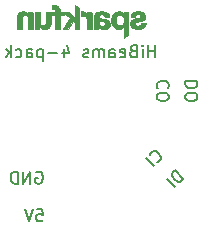
<source format=gbr>
G04 #@! TF.GenerationSoftware,KiCad,Pcbnew,no-vcs-found-5013ea2~58~ubuntu16.04.1*
G04 #@! TF.CreationDate,2017-05-24T10:35:15-06:00*
G04 #@! TF.ProjectId,HiBeam_4-pack_v02,48694265616D5F342D7061636B5F7630,rev?*
G04 #@! TF.FileFunction,Legend,Bot*
G04 #@! TF.FilePolarity,Positive*
%FSLAX46Y46*%
G04 Gerber Fmt 4.6, Leading zero omitted, Abs format (unit mm)*
G04 Created by KiCad (PCBNEW no-vcs-found-5013ea2~58~ubuntu16.04.1) date Wed May 24 10:35:15 2017*
%MOMM*%
%LPD*%
G01*
G04 APERTURE LIST*
%ADD10C,0.100000*%
%ADD11C,0.203200*%
%ADD12C,0.010000*%
G04 APERTURE END LIST*
D10*
D11*
X152212523Y-93296619D02*
X152212523Y-92280619D01*
X152212523Y-92764428D02*
X151631952Y-92764428D01*
X151631952Y-93296619D02*
X151631952Y-92280619D01*
X151148142Y-93296619D02*
X151148142Y-92619285D01*
X151148142Y-92280619D02*
X151196523Y-92329000D01*
X151148142Y-92377380D01*
X151099761Y-92329000D01*
X151148142Y-92280619D01*
X151148142Y-92377380D01*
X150325666Y-92764428D02*
X150180523Y-92812809D01*
X150132142Y-92861190D01*
X150083761Y-92957952D01*
X150083761Y-93103095D01*
X150132142Y-93199857D01*
X150180523Y-93248238D01*
X150277285Y-93296619D01*
X150664333Y-93296619D01*
X150664333Y-92280619D01*
X150325666Y-92280619D01*
X150228904Y-92329000D01*
X150180523Y-92377380D01*
X150132142Y-92474142D01*
X150132142Y-92570904D01*
X150180523Y-92667666D01*
X150228904Y-92716047D01*
X150325666Y-92764428D01*
X150664333Y-92764428D01*
X149261285Y-93248238D02*
X149358047Y-93296619D01*
X149551571Y-93296619D01*
X149648333Y-93248238D01*
X149696714Y-93151476D01*
X149696714Y-92764428D01*
X149648333Y-92667666D01*
X149551571Y-92619285D01*
X149358047Y-92619285D01*
X149261285Y-92667666D01*
X149212904Y-92764428D01*
X149212904Y-92861190D01*
X149696714Y-92957952D01*
X148342047Y-93296619D02*
X148342047Y-92764428D01*
X148390428Y-92667666D01*
X148487190Y-92619285D01*
X148680714Y-92619285D01*
X148777476Y-92667666D01*
X148342047Y-93248238D02*
X148438809Y-93296619D01*
X148680714Y-93296619D01*
X148777476Y-93248238D01*
X148825857Y-93151476D01*
X148825857Y-93054714D01*
X148777476Y-92957952D01*
X148680714Y-92909571D01*
X148438809Y-92909571D01*
X148342047Y-92861190D01*
X147858238Y-93296619D02*
X147858238Y-92619285D01*
X147858238Y-92716047D02*
X147809857Y-92667666D01*
X147713095Y-92619285D01*
X147567952Y-92619285D01*
X147471190Y-92667666D01*
X147422809Y-92764428D01*
X147422809Y-93296619D01*
X147422809Y-92764428D02*
X147374428Y-92667666D01*
X147277666Y-92619285D01*
X147132523Y-92619285D01*
X147035761Y-92667666D01*
X146987380Y-92764428D01*
X146987380Y-93296619D01*
X146551952Y-93248238D02*
X146455190Y-93296619D01*
X146261666Y-93296619D01*
X146164904Y-93248238D01*
X146116523Y-93151476D01*
X146116523Y-93103095D01*
X146164904Y-93006333D01*
X146261666Y-92957952D01*
X146406809Y-92957952D01*
X146503571Y-92909571D01*
X146551952Y-92812809D01*
X146551952Y-92764428D01*
X146503571Y-92667666D01*
X146406809Y-92619285D01*
X146261666Y-92619285D01*
X146164904Y-92667666D01*
X144471571Y-92619285D02*
X144471571Y-93296619D01*
X144713476Y-92232238D02*
X144955380Y-92957952D01*
X144326428Y-92957952D01*
X143939380Y-92909571D02*
X143165285Y-92909571D01*
X142681476Y-92619285D02*
X142681476Y-93635285D01*
X142681476Y-92667666D02*
X142584714Y-92619285D01*
X142391190Y-92619285D01*
X142294428Y-92667666D01*
X142246047Y-92716047D01*
X142197666Y-92812809D01*
X142197666Y-93103095D01*
X142246047Y-93199857D01*
X142294428Y-93248238D01*
X142391190Y-93296619D01*
X142584714Y-93296619D01*
X142681476Y-93248238D01*
X141326809Y-93296619D02*
X141326809Y-92764428D01*
X141375190Y-92667666D01*
X141471952Y-92619285D01*
X141665476Y-92619285D01*
X141762238Y-92667666D01*
X141326809Y-93248238D02*
X141423571Y-93296619D01*
X141665476Y-93296619D01*
X141762238Y-93248238D01*
X141810619Y-93151476D01*
X141810619Y-93054714D01*
X141762238Y-92957952D01*
X141665476Y-92909571D01*
X141423571Y-92909571D01*
X141326809Y-92861190D01*
X140407571Y-93248238D02*
X140504333Y-93296619D01*
X140697857Y-93296619D01*
X140794619Y-93248238D01*
X140843000Y-93199857D01*
X140891380Y-93103095D01*
X140891380Y-92812809D01*
X140843000Y-92716047D01*
X140794619Y-92667666D01*
X140697857Y-92619285D01*
X140504333Y-92619285D01*
X140407571Y-92667666D01*
X139972142Y-93296619D02*
X139972142Y-92280619D01*
X139875380Y-92909571D02*
X139585095Y-93296619D01*
X139585095Y-92619285D02*
X139972142Y-93006333D01*
X155780619Y-95340714D02*
X154764619Y-95340714D01*
X154764619Y-95582619D01*
X154813000Y-95727761D01*
X154909761Y-95824523D01*
X155006523Y-95872904D01*
X155200047Y-95921285D01*
X155345190Y-95921285D01*
X155538714Y-95872904D01*
X155635476Y-95824523D01*
X155732238Y-95727761D01*
X155780619Y-95582619D01*
X155780619Y-95340714D01*
X154764619Y-96550238D02*
X154764619Y-96743761D01*
X154813000Y-96840523D01*
X154909761Y-96937285D01*
X155103285Y-96985666D01*
X155441952Y-96985666D01*
X155635476Y-96937285D01*
X155732238Y-96840523D01*
X155780619Y-96743761D01*
X155780619Y-96550238D01*
X155732238Y-96453476D01*
X155635476Y-96356714D01*
X155441952Y-96308333D01*
X155103285Y-96308333D01*
X154909761Y-96356714D01*
X154813000Y-96453476D01*
X154764619Y-96550238D01*
X153270857Y-95921285D02*
X153319238Y-95872904D01*
X153367619Y-95727761D01*
X153367619Y-95631000D01*
X153319238Y-95485857D01*
X153222476Y-95389095D01*
X153125714Y-95340714D01*
X152932190Y-95292333D01*
X152787047Y-95292333D01*
X152593523Y-95340714D01*
X152496761Y-95389095D01*
X152400000Y-95485857D01*
X152351619Y-95631000D01*
X152351619Y-95727761D01*
X152400000Y-95872904D01*
X152448380Y-95921285D01*
X152351619Y-96550238D02*
X152351619Y-96743761D01*
X152400000Y-96840523D01*
X152496761Y-96937285D01*
X152690285Y-96985666D01*
X153028952Y-96985666D01*
X153222476Y-96937285D01*
X153319238Y-96840523D01*
X153367619Y-96743761D01*
X153367619Y-96550238D01*
X153319238Y-96453476D01*
X153222476Y-96356714D01*
X153028952Y-96308333D01*
X152690285Y-96308333D01*
X152496761Y-96356714D01*
X152400000Y-96453476D01*
X152351619Y-96550238D01*
X154608209Y-103597789D02*
X153889789Y-102879369D01*
X153718737Y-103050421D01*
X153650316Y-103187263D01*
X153650316Y-103324105D01*
X153684526Y-103426737D01*
X153787158Y-103597789D01*
X153889789Y-103700420D01*
X154060841Y-103803052D01*
X154163473Y-103837262D01*
X154300315Y-103837262D01*
X154437157Y-103768841D01*
X154608209Y-103597789D01*
X153889789Y-104316209D02*
X153171369Y-103597789D01*
X152351262Y-102161894D02*
X152419683Y-102161894D01*
X152556525Y-102093473D01*
X152624946Y-102025052D01*
X152693367Y-101888210D01*
X152693367Y-101751368D01*
X152659157Y-101648737D01*
X152556525Y-101477684D01*
X152453894Y-101375053D01*
X152282841Y-101272421D01*
X152180210Y-101238211D01*
X152043368Y-101238211D01*
X151906526Y-101306632D01*
X151838105Y-101375053D01*
X151769684Y-101511895D01*
X151769684Y-101580316D01*
X152111789Y-102538209D02*
X151393369Y-101819789D01*
X142179523Y-106174419D02*
X142663333Y-106174419D01*
X142711714Y-106658228D01*
X142663333Y-106609847D01*
X142566571Y-106561466D01*
X142324666Y-106561466D01*
X142227904Y-106609847D01*
X142179523Y-106658228D01*
X142131142Y-106754990D01*
X142131142Y-106996895D01*
X142179523Y-107093657D01*
X142227904Y-107142038D01*
X142324666Y-107190419D01*
X142566571Y-107190419D01*
X142663333Y-107142038D01*
X142711714Y-107093657D01*
X141840857Y-106174419D02*
X141502190Y-107190419D01*
X141163523Y-106174419D01*
X142125095Y-103022400D02*
X142221857Y-102974019D01*
X142367000Y-102974019D01*
X142512142Y-103022400D01*
X142608904Y-103119161D01*
X142657285Y-103215923D01*
X142705666Y-103409447D01*
X142705666Y-103554590D01*
X142657285Y-103748114D01*
X142608904Y-103844876D01*
X142512142Y-103941638D01*
X142367000Y-103990019D01*
X142270238Y-103990019D01*
X142125095Y-103941638D01*
X142076714Y-103893257D01*
X142076714Y-103554590D01*
X142270238Y-103554590D01*
X141641285Y-103990019D02*
X141641285Y-102974019D01*
X141060714Y-103990019D01*
X141060714Y-102974019D01*
X140576904Y-103990019D02*
X140576904Y-102974019D01*
X140335000Y-102974019D01*
X140189857Y-103022400D01*
X140093095Y-103119161D01*
X140044714Y-103215923D01*
X139996333Y-103409447D01*
X139996333Y-103554590D01*
X140044714Y-103748114D01*
X140093095Y-103844876D01*
X140189857Y-103941638D01*
X140335000Y-103990019D01*
X140576904Y-103990019D01*
D12*
G36*
X141823440Y-89443560D02*
X141462760Y-89443560D01*
X141462760Y-89644220D01*
X141452600Y-89644220D01*
X141414500Y-89583260D01*
X141373860Y-89532460D01*
X141312900Y-89494360D01*
X141262100Y-89463880D01*
X141203680Y-89443560D01*
X141142720Y-89423240D01*
X141084300Y-89413080D01*
X141023340Y-89402920D01*
X140883640Y-89423240D01*
X140764260Y-89453720D01*
X140672820Y-89504520D01*
X140614400Y-89562940D01*
X140563600Y-89654380D01*
X140522960Y-89753440D01*
X140512800Y-89862660D01*
X140502640Y-89992200D01*
X140502640Y-90863420D01*
X140893800Y-90863420D01*
X140893800Y-89982040D01*
X140903960Y-89913460D01*
X140924280Y-89852500D01*
X140952220Y-89804240D01*
X140982700Y-89763600D01*
X141023340Y-89733120D01*
X141084300Y-89722960D01*
X141142720Y-89712800D01*
X141213840Y-89722960D01*
X141282420Y-89733120D01*
X141333220Y-89763600D01*
X141373860Y-89814400D01*
X141404340Y-89862660D01*
X141422120Y-89933780D01*
X141442440Y-90022680D01*
X141442440Y-90863420D01*
X141833600Y-90863420D01*
X141833600Y-89623900D01*
X141823440Y-89443560D01*
G37*
X141823440Y-89443560D02*
X141462760Y-89443560D01*
X141462760Y-89644220D01*
X141452600Y-89644220D01*
X141414500Y-89583260D01*
X141373860Y-89532460D01*
X141312900Y-89494360D01*
X141262100Y-89463880D01*
X141203680Y-89443560D01*
X141142720Y-89423240D01*
X141084300Y-89413080D01*
X141023340Y-89402920D01*
X140883640Y-89423240D01*
X140764260Y-89453720D01*
X140672820Y-89504520D01*
X140614400Y-89562940D01*
X140563600Y-89654380D01*
X140522960Y-89753440D01*
X140512800Y-89862660D01*
X140502640Y-89992200D01*
X140502640Y-90863420D01*
X140893800Y-90863420D01*
X140893800Y-89982040D01*
X140903960Y-89913460D01*
X140924280Y-89852500D01*
X140952220Y-89804240D01*
X140982700Y-89763600D01*
X141023340Y-89733120D01*
X141084300Y-89722960D01*
X141142720Y-89712800D01*
X141213840Y-89722960D01*
X141282420Y-89733120D01*
X141333220Y-89763600D01*
X141373860Y-89814400D01*
X141404340Y-89862660D01*
X141422120Y-89933780D01*
X141442440Y-90022680D01*
X141442440Y-90863420D01*
X141833600Y-90863420D01*
X141833600Y-89623900D01*
X141823440Y-89443560D01*
G36*
X142044420Y-90863420D02*
X142412720Y-90863420D01*
X142412720Y-90662760D01*
X142453360Y-90723720D01*
X142504160Y-90764360D01*
X142552420Y-90812620D01*
X142603220Y-90843100D01*
X142664180Y-90863420D01*
X142722600Y-90883740D01*
X142783560Y-90893900D01*
X142852140Y-90904060D01*
X142994380Y-90883740D01*
X143103600Y-90853260D01*
X143192500Y-90802460D01*
X143263620Y-90744040D01*
X143314420Y-90652600D01*
X143342360Y-90553540D01*
X143362680Y-90444320D01*
X143362680Y-89443560D01*
X142974060Y-89443560D01*
X142974060Y-90322400D01*
X142963900Y-90393520D01*
X142943580Y-90454480D01*
X142923260Y-90502740D01*
X142882620Y-90543380D01*
X142844520Y-90573860D01*
X142793720Y-90584020D01*
X142722600Y-90594180D01*
X142654020Y-90584020D01*
X142593060Y-90573860D01*
X142542260Y-90543380D01*
X142494000Y-90492580D01*
X142463520Y-90444320D01*
X142443200Y-90373200D01*
X142433040Y-90284300D01*
X142422880Y-90182700D01*
X142422880Y-89443560D01*
X142044420Y-89443560D01*
X142044420Y-90683080D01*
X142044420Y-90863420D01*
G37*
X142044420Y-90863420D02*
X142412720Y-90863420D01*
X142412720Y-90662760D01*
X142453360Y-90723720D01*
X142504160Y-90764360D01*
X142552420Y-90812620D01*
X142603220Y-90843100D01*
X142664180Y-90863420D01*
X142722600Y-90883740D01*
X142783560Y-90893900D01*
X142852140Y-90904060D01*
X142994380Y-90883740D01*
X143103600Y-90853260D01*
X143192500Y-90802460D01*
X143263620Y-90744040D01*
X143314420Y-90652600D01*
X143342360Y-90553540D01*
X143362680Y-90444320D01*
X143362680Y-89443560D01*
X142974060Y-89443560D01*
X142974060Y-90322400D01*
X142963900Y-90393520D01*
X142943580Y-90454480D01*
X142923260Y-90502740D01*
X142882620Y-90543380D01*
X142844520Y-90573860D01*
X142793720Y-90584020D01*
X142722600Y-90594180D01*
X142654020Y-90584020D01*
X142593060Y-90573860D01*
X142542260Y-90543380D01*
X142494000Y-90492580D01*
X142463520Y-90444320D01*
X142443200Y-90373200D01*
X142433040Y-90284300D01*
X142422880Y-90182700D01*
X142422880Y-89443560D01*
X142044420Y-89443560D01*
X142044420Y-90683080D01*
X142044420Y-90863420D01*
G36*
X144132300Y-89702640D02*
X144513300Y-89702640D01*
X144482820Y-89672160D01*
X144452340Y-89644220D01*
X144414240Y-89613740D01*
X144383760Y-89573100D01*
X144353280Y-89542620D01*
X144322800Y-89512140D01*
X144282160Y-89484200D01*
X144254220Y-89443560D01*
X144132300Y-89443560D01*
X144132300Y-89334340D01*
X144122140Y-89242900D01*
X144104360Y-89164160D01*
X144063720Y-89093040D01*
X144012920Y-89032080D01*
X143954500Y-88973660D01*
X143873220Y-88943180D01*
X143774160Y-88912700D01*
X143662400Y-88902540D01*
X143583660Y-88902540D01*
X143553180Y-88912700D01*
X143454120Y-88912700D01*
X143454120Y-89202260D01*
X143634460Y-89202260D01*
X143662400Y-89212420D01*
X143692880Y-89222580D01*
X143713200Y-89232740D01*
X143723360Y-89263220D01*
X143733520Y-89283540D01*
X143743680Y-89324180D01*
X143743680Y-89443560D01*
X143474440Y-89443560D01*
X143474440Y-89702640D01*
X143743680Y-89702640D01*
X143743680Y-90863420D01*
X144132300Y-90863420D01*
X144132300Y-89852500D01*
X144132300Y-89702640D01*
G37*
X144132300Y-89702640D02*
X144513300Y-89702640D01*
X144482820Y-89672160D01*
X144452340Y-89644220D01*
X144414240Y-89613740D01*
X144383760Y-89573100D01*
X144353280Y-89542620D01*
X144322800Y-89512140D01*
X144282160Y-89484200D01*
X144254220Y-89443560D01*
X144132300Y-89443560D01*
X144132300Y-89334340D01*
X144122140Y-89242900D01*
X144104360Y-89164160D01*
X144063720Y-89093040D01*
X144012920Y-89032080D01*
X143954500Y-88973660D01*
X143873220Y-88943180D01*
X143774160Y-88912700D01*
X143662400Y-88902540D01*
X143583660Y-88902540D01*
X143553180Y-88912700D01*
X143454120Y-88912700D01*
X143454120Y-89202260D01*
X143634460Y-89202260D01*
X143662400Y-89212420D01*
X143692880Y-89222580D01*
X143713200Y-89232740D01*
X143723360Y-89263220D01*
X143733520Y-89283540D01*
X143743680Y-89324180D01*
X143743680Y-89443560D01*
X143474440Y-89443560D01*
X143474440Y-89702640D01*
X143743680Y-89702640D01*
X143743680Y-90863420D01*
X144132300Y-90863420D01*
X144132300Y-89852500D01*
X144132300Y-89702640D01*
G36*
X145762980Y-89123520D02*
X145384520Y-88902540D01*
X145384520Y-89954100D01*
X144894300Y-89443560D01*
X144432020Y-89443560D01*
X144962880Y-89964260D01*
X144373600Y-90863420D01*
X144843500Y-90863420D01*
X145232120Y-90223340D01*
X145384520Y-90373200D01*
X145384520Y-90863420D01*
X145762980Y-90863420D01*
X145762980Y-89123520D01*
G37*
X145762980Y-89123520D02*
X145384520Y-88902540D01*
X145384520Y-89954100D01*
X144894300Y-89443560D01*
X144432020Y-89443560D01*
X144962880Y-89964260D01*
X144373600Y-90863420D01*
X144843500Y-90863420D01*
X145232120Y-90223340D01*
X145384520Y-90373200D01*
X145384520Y-90863420D01*
X145762980Y-90863420D01*
X145762980Y-89123520D01*
G36*
X146832320Y-89512140D02*
X146784060Y-89504520D01*
X146733260Y-89494360D01*
X146692620Y-89484200D01*
X146644360Y-89484200D01*
X146593560Y-89474040D01*
X146552920Y-89463880D01*
X146502120Y-89453720D01*
X146464020Y-89443560D01*
X146464020Y-89712800D01*
X146453860Y-89712800D01*
X146423380Y-89644220D01*
X146382740Y-89583260D01*
X146334480Y-89532460D01*
X146273520Y-89494360D01*
X146212560Y-89453720D01*
X146143980Y-89433400D01*
X146072860Y-89413080D01*
X145933160Y-89413080D01*
X145923000Y-89423240D01*
X145923000Y-89783920D01*
X145933160Y-89783920D01*
X145953480Y-89773760D01*
X146062700Y-89773760D01*
X146164300Y-89783920D01*
X146243040Y-89804240D01*
X146304000Y-89842340D01*
X146362420Y-89903300D01*
X146392900Y-89974420D01*
X146423380Y-90043000D01*
X146443700Y-90134440D01*
X146443700Y-90863420D01*
X146832320Y-90863420D01*
X146832320Y-89682320D01*
X146832320Y-89512140D01*
G37*
X146832320Y-89512140D02*
X146784060Y-89504520D01*
X146733260Y-89494360D01*
X146692620Y-89484200D01*
X146644360Y-89484200D01*
X146593560Y-89474040D01*
X146552920Y-89463880D01*
X146502120Y-89453720D01*
X146464020Y-89443560D01*
X146464020Y-89712800D01*
X146453860Y-89712800D01*
X146423380Y-89644220D01*
X146382740Y-89583260D01*
X146334480Y-89532460D01*
X146273520Y-89494360D01*
X146212560Y-89453720D01*
X146143980Y-89433400D01*
X146072860Y-89413080D01*
X145933160Y-89413080D01*
X145923000Y-89423240D01*
X145923000Y-89783920D01*
X145933160Y-89783920D01*
X145953480Y-89773760D01*
X146062700Y-89773760D01*
X146164300Y-89783920D01*
X146243040Y-89804240D01*
X146304000Y-89842340D01*
X146362420Y-89903300D01*
X146392900Y-89974420D01*
X146423380Y-90043000D01*
X146443700Y-90134440D01*
X146443700Y-90863420D01*
X146832320Y-90863420D01*
X146832320Y-89682320D01*
X146832320Y-89512140D01*
G36*
X147822920Y-90263980D02*
X147843240Y-90274140D01*
X147863560Y-90284300D01*
X147883880Y-90294460D01*
X147904200Y-90302080D01*
X147924520Y-90312240D01*
X147932140Y-90322400D01*
X147942300Y-90332560D01*
X147962620Y-90352880D01*
X147972780Y-90373200D01*
X147982940Y-90393520D01*
X147982940Y-90434160D01*
X147993100Y-90462100D01*
X147982940Y-90482420D01*
X147982940Y-90502740D01*
X147972780Y-90533220D01*
X147972780Y-90543380D01*
X147962620Y-90563700D01*
X147942300Y-90584020D01*
X147932140Y-90594180D01*
X147914360Y-90604340D01*
X147904200Y-90614500D01*
X147883880Y-90622120D01*
X147863560Y-90622120D01*
X147843240Y-90632280D01*
X147693380Y-90632280D01*
X147652740Y-90622120D01*
X147612100Y-90614500D01*
X147574000Y-90604340D01*
X147543520Y-90584020D01*
X147513040Y-90553540D01*
X147492720Y-90533220D01*
X147482560Y-90502740D01*
X147462240Y-90482420D01*
X147452080Y-90454480D01*
X147452080Y-90424000D01*
X147444460Y-90403680D01*
X147444460Y-90373200D01*
X147434300Y-90352880D01*
X147434300Y-90162380D01*
X147452080Y-90172540D01*
X147462240Y-90182700D01*
X147482560Y-90192860D01*
X147492720Y-90203020D01*
X147513040Y-90203020D01*
X147533360Y-90213180D01*
X147553680Y-90223340D01*
X147604480Y-90223340D01*
X147642580Y-90012520D01*
X147574000Y-90002360D01*
X147513040Y-89982040D01*
X147472400Y-89954100D01*
X147444460Y-89913460D01*
X147434300Y-89862660D01*
X147434300Y-89832180D01*
X147444460Y-89804240D01*
X147444460Y-89783920D01*
X147452080Y-89763600D01*
X147462240Y-89743280D01*
X147482560Y-89722960D01*
X147492720Y-89712800D01*
X147513040Y-89702640D01*
X147533360Y-89692480D01*
X147553680Y-89682320D01*
X147574000Y-89682320D01*
X147594320Y-89672160D01*
X147662900Y-89672160D01*
X147683220Y-89662000D01*
X147713700Y-89672160D01*
X147764500Y-89672160D01*
X147792440Y-89682320D01*
X147812760Y-89682320D01*
X147833080Y-89692480D01*
X147853400Y-89702640D01*
X147863560Y-89712800D01*
X147883880Y-89733120D01*
X147894040Y-89743280D01*
X147914360Y-89763600D01*
X147924520Y-89783920D01*
X147932140Y-89804240D01*
X147932140Y-89832180D01*
X147942300Y-89852500D01*
X147942300Y-89882980D01*
X148333460Y-89882980D01*
X148323300Y-89814400D01*
X148313140Y-89763600D01*
X148292820Y-89702640D01*
X148262340Y-89654380D01*
X148234400Y-89613740D01*
X148193760Y-89573100D01*
X148153120Y-89542620D01*
X148112480Y-89512140D01*
X148064220Y-89484200D01*
X148013420Y-89463880D01*
X147962620Y-89443560D01*
X147904200Y-89433400D01*
X147843240Y-89423240D01*
X147782280Y-89413080D01*
X147563840Y-89413080D01*
X147502880Y-89423240D01*
X147452080Y-89423240D01*
X147403820Y-89433400D01*
X147342860Y-89453720D01*
X147302220Y-89463880D01*
X147253960Y-89484200D01*
X147213320Y-89504520D01*
X147172680Y-89532460D01*
X147132040Y-89573100D01*
X147104100Y-89603580D01*
X147083780Y-89654380D01*
X147063460Y-89692480D01*
X147053300Y-89753440D01*
X147043140Y-89814400D01*
X147043140Y-90713560D01*
X147032980Y-90733880D01*
X147032980Y-90774520D01*
X147022820Y-90792300D01*
X147022820Y-90802460D01*
X147012660Y-90822780D01*
X147012660Y-90832940D01*
X147002500Y-90853260D01*
X147002500Y-90863420D01*
X147393660Y-90863420D01*
X147393660Y-90843100D01*
X147403820Y-90832940D01*
X147403820Y-90822780D01*
X147413980Y-90812620D01*
X147413980Y-90754200D01*
X147424140Y-90744040D01*
X147424140Y-90723720D01*
X147444460Y-90744040D01*
X147462240Y-90774520D01*
X147492720Y-90792300D01*
X147523200Y-90802460D01*
X147553680Y-90822780D01*
X147574000Y-90832940D01*
X147604480Y-90853260D01*
X147632420Y-90863420D01*
X147673060Y-90873580D01*
X147703540Y-90883740D01*
X147734020Y-90883740D01*
X147764500Y-90893900D01*
X147833080Y-90893900D01*
X147863560Y-90904060D01*
X147942300Y-90904060D01*
X147993100Y-90893900D01*
X148043900Y-90893900D01*
X148082000Y-90873580D01*
X148122640Y-90863420D01*
X148163280Y-90843100D01*
X148203920Y-90822780D01*
X148234400Y-90802460D01*
X148262340Y-90774520D01*
X148292820Y-90744040D01*
X148323300Y-90703400D01*
X148343620Y-90662760D01*
X148353780Y-90622120D01*
X148363940Y-90584020D01*
X148374100Y-90533220D01*
X148374100Y-90482420D01*
X148363940Y-90373200D01*
X148333460Y-90284300D01*
X148282660Y-90213180D01*
X148224240Y-90152220D01*
X148153120Y-90114120D01*
X148074380Y-90083640D01*
X147982940Y-90063320D01*
X147904200Y-90053160D01*
X147822920Y-90263980D01*
G37*
X147822920Y-90263980D02*
X147843240Y-90274140D01*
X147863560Y-90284300D01*
X147883880Y-90294460D01*
X147904200Y-90302080D01*
X147924520Y-90312240D01*
X147932140Y-90322400D01*
X147942300Y-90332560D01*
X147962620Y-90352880D01*
X147972780Y-90373200D01*
X147982940Y-90393520D01*
X147982940Y-90434160D01*
X147993100Y-90462100D01*
X147982940Y-90482420D01*
X147982940Y-90502740D01*
X147972780Y-90533220D01*
X147972780Y-90543380D01*
X147962620Y-90563700D01*
X147942300Y-90584020D01*
X147932140Y-90594180D01*
X147914360Y-90604340D01*
X147904200Y-90614500D01*
X147883880Y-90622120D01*
X147863560Y-90622120D01*
X147843240Y-90632280D01*
X147693380Y-90632280D01*
X147652740Y-90622120D01*
X147612100Y-90614500D01*
X147574000Y-90604340D01*
X147543520Y-90584020D01*
X147513040Y-90553540D01*
X147492720Y-90533220D01*
X147482560Y-90502740D01*
X147462240Y-90482420D01*
X147452080Y-90454480D01*
X147452080Y-90424000D01*
X147444460Y-90403680D01*
X147444460Y-90373200D01*
X147434300Y-90352880D01*
X147434300Y-90162380D01*
X147452080Y-90172540D01*
X147462240Y-90182700D01*
X147482560Y-90192860D01*
X147492720Y-90203020D01*
X147513040Y-90203020D01*
X147533360Y-90213180D01*
X147553680Y-90223340D01*
X147604480Y-90223340D01*
X147642580Y-90012520D01*
X147574000Y-90002360D01*
X147513040Y-89982040D01*
X147472400Y-89954100D01*
X147444460Y-89913460D01*
X147434300Y-89862660D01*
X147434300Y-89832180D01*
X147444460Y-89804240D01*
X147444460Y-89783920D01*
X147452080Y-89763600D01*
X147462240Y-89743280D01*
X147482560Y-89722960D01*
X147492720Y-89712800D01*
X147513040Y-89702640D01*
X147533360Y-89692480D01*
X147553680Y-89682320D01*
X147574000Y-89682320D01*
X147594320Y-89672160D01*
X147662900Y-89672160D01*
X147683220Y-89662000D01*
X147713700Y-89672160D01*
X147764500Y-89672160D01*
X147792440Y-89682320D01*
X147812760Y-89682320D01*
X147833080Y-89692480D01*
X147853400Y-89702640D01*
X147863560Y-89712800D01*
X147883880Y-89733120D01*
X147894040Y-89743280D01*
X147914360Y-89763600D01*
X147924520Y-89783920D01*
X147932140Y-89804240D01*
X147932140Y-89832180D01*
X147942300Y-89852500D01*
X147942300Y-89882980D01*
X148333460Y-89882980D01*
X148323300Y-89814400D01*
X148313140Y-89763600D01*
X148292820Y-89702640D01*
X148262340Y-89654380D01*
X148234400Y-89613740D01*
X148193760Y-89573100D01*
X148153120Y-89542620D01*
X148112480Y-89512140D01*
X148064220Y-89484200D01*
X148013420Y-89463880D01*
X147962620Y-89443560D01*
X147904200Y-89433400D01*
X147843240Y-89423240D01*
X147782280Y-89413080D01*
X147563840Y-89413080D01*
X147502880Y-89423240D01*
X147452080Y-89423240D01*
X147403820Y-89433400D01*
X147342860Y-89453720D01*
X147302220Y-89463880D01*
X147253960Y-89484200D01*
X147213320Y-89504520D01*
X147172680Y-89532460D01*
X147132040Y-89573100D01*
X147104100Y-89603580D01*
X147083780Y-89654380D01*
X147063460Y-89692480D01*
X147053300Y-89753440D01*
X147043140Y-89814400D01*
X147043140Y-90713560D01*
X147032980Y-90733880D01*
X147032980Y-90774520D01*
X147022820Y-90792300D01*
X147022820Y-90802460D01*
X147012660Y-90822780D01*
X147012660Y-90832940D01*
X147002500Y-90853260D01*
X147002500Y-90863420D01*
X147393660Y-90863420D01*
X147393660Y-90843100D01*
X147403820Y-90832940D01*
X147403820Y-90822780D01*
X147413980Y-90812620D01*
X147413980Y-90754200D01*
X147424140Y-90744040D01*
X147424140Y-90723720D01*
X147444460Y-90744040D01*
X147462240Y-90774520D01*
X147492720Y-90792300D01*
X147523200Y-90802460D01*
X147553680Y-90822780D01*
X147574000Y-90832940D01*
X147604480Y-90853260D01*
X147632420Y-90863420D01*
X147673060Y-90873580D01*
X147703540Y-90883740D01*
X147734020Y-90883740D01*
X147764500Y-90893900D01*
X147833080Y-90893900D01*
X147863560Y-90904060D01*
X147942300Y-90904060D01*
X147993100Y-90893900D01*
X148043900Y-90893900D01*
X148082000Y-90873580D01*
X148122640Y-90863420D01*
X148163280Y-90843100D01*
X148203920Y-90822780D01*
X148234400Y-90802460D01*
X148262340Y-90774520D01*
X148292820Y-90744040D01*
X148323300Y-90703400D01*
X148343620Y-90662760D01*
X148353780Y-90622120D01*
X148363940Y-90584020D01*
X148374100Y-90533220D01*
X148374100Y-90482420D01*
X148363940Y-90373200D01*
X148333460Y-90284300D01*
X148282660Y-90213180D01*
X148224240Y-90152220D01*
X148153120Y-90114120D01*
X148074380Y-90083640D01*
X147982940Y-90063320D01*
X147904200Y-90053160D01*
X147822920Y-90263980D01*
G36*
X147904200Y-90053160D02*
X147812760Y-90032840D01*
X147723860Y-90022680D01*
X147642580Y-90012520D01*
X147604480Y-90223340D01*
X147622260Y-90233500D01*
X147662900Y-90233500D01*
X147693380Y-90243660D01*
X147734020Y-90243660D01*
X147764500Y-90253820D01*
X147782280Y-90253820D01*
X147802600Y-90263980D01*
X147822920Y-90263980D01*
X147904200Y-90053160D01*
G37*
X147904200Y-90053160D02*
X147812760Y-90032840D01*
X147723860Y-90022680D01*
X147642580Y-90012520D01*
X147604480Y-90223340D01*
X147622260Y-90233500D01*
X147662900Y-90233500D01*
X147693380Y-90243660D01*
X147734020Y-90243660D01*
X147764500Y-90253820D01*
X147782280Y-90253820D01*
X147802600Y-90263980D01*
X147822920Y-90263980D01*
X147904200Y-90053160D01*
G36*
X148572220Y-90563700D02*
X148643340Y-90672920D01*
X148732240Y-90764360D01*
X148833840Y-90832940D01*
X148963380Y-90883740D01*
X149113240Y-90893900D01*
X149174200Y-90893900D01*
X149232620Y-90883740D01*
X149293580Y-90863420D01*
X149352000Y-90843100D01*
X149402800Y-90812620D01*
X149453600Y-90774520D01*
X149494240Y-90733880D01*
X149532340Y-90683080D01*
X149532340Y-91704160D01*
X149583140Y-91663520D01*
X149633940Y-91612720D01*
X149682200Y-91572080D01*
X149733000Y-91533980D01*
X149783800Y-91483180D01*
X149824440Y-91442540D01*
X149872700Y-91404440D01*
X149923500Y-91353640D01*
X149923500Y-89512140D01*
X149872700Y-89504520D01*
X149832060Y-89494360D01*
X149783800Y-89484200D01*
X149743160Y-89484200D01*
X149692360Y-89474040D01*
X149644100Y-89463880D01*
X149603460Y-89453720D01*
X149552660Y-89443560D01*
X149552660Y-89623900D01*
X149512020Y-89573100D01*
X149473920Y-89522300D01*
X149423120Y-89494360D01*
X149372320Y-89463880D01*
X149313900Y-89433400D01*
X149252940Y-89423240D01*
X149194520Y-89413080D01*
X149133560Y-89402920D01*
X148973540Y-89423240D01*
X148844000Y-89474040D01*
X148732240Y-89542620D01*
X148643340Y-89634060D01*
X148572220Y-89753440D01*
X148523960Y-89882980D01*
X148493480Y-90022680D01*
X148493480Y-90162380D01*
X148874480Y-90152220D01*
X148882100Y-90073480D01*
X148892260Y-89992200D01*
X148922740Y-89913460D01*
X148953220Y-89842340D01*
X149004020Y-89783920D01*
X149062440Y-89743280D01*
X149133560Y-89712800D01*
X149212300Y-89702640D01*
X149303740Y-89712800D01*
X149372320Y-89743280D01*
X149433280Y-89783920D01*
X149484080Y-89842340D01*
X149512020Y-89913460D01*
X149532340Y-89992200D01*
X149552660Y-90073480D01*
X149552660Y-90243660D01*
X149532340Y-90322400D01*
X149512020Y-90403680D01*
X149473920Y-90462100D01*
X149433280Y-90523060D01*
X149372320Y-90563700D01*
X149303740Y-90594180D01*
X149212300Y-90604340D01*
X149123400Y-90594180D01*
X149052280Y-90563700D01*
X148993860Y-90523060D01*
X148953220Y-90462100D01*
X148912580Y-90403680D01*
X148572220Y-90563700D01*
G37*
X148572220Y-90563700D02*
X148643340Y-90672920D01*
X148732240Y-90764360D01*
X148833840Y-90832940D01*
X148963380Y-90883740D01*
X149113240Y-90893900D01*
X149174200Y-90893900D01*
X149232620Y-90883740D01*
X149293580Y-90863420D01*
X149352000Y-90843100D01*
X149402800Y-90812620D01*
X149453600Y-90774520D01*
X149494240Y-90733880D01*
X149532340Y-90683080D01*
X149532340Y-91704160D01*
X149583140Y-91663520D01*
X149633940Y-91612720D01*
X149682200Y-91572080D01*
X149733000Y-91533980D01*
X149783800Y-91483180D01*
X149824440Y-91442540D01*
X149872700Y-91404440D01*
X149923500Y-91353640D01*
X149923500Y-89512140D01*
X149872700Y-89504520D01*
X149832060Y-89494360D01*
X149783800Y-89484200D01*
X149743160Y-89484200D01*
X149692360Y-89474040D01*
X149644100Y-89463880D01*
X149603460Y-89453720D01*
X149552660Y-89443560D01*
X149552660Y-89623900D01*
X149512020Y-89573100D01*
X149473920Y-89522300D01*
X149423120Y-89494360D01*
X149372320Y-89463880D01*
X149313900Y-89433400D01*
X149252940Y-89423240D01*
X149194520Y-89413080D01*
X149133560Y-89402920D01*
X148973540Y-89423240D01*
X148844000Y-89474040D01*
X148732240Y-89542620D01*
X148643340Y-89634060D01*
X148572220Y-89753440D01*
X148523960Y-89882980D01*
X148493480Y-90022680D01*
X148493480Y-90162380D01*
X148874480Y-90152220D01*
X148882100Y-90073480D01*
X148892260Y-89992200D01*
X148922740Y-89913460D01*
X148953220Y-89842340D01*
X149004020Y-89783920D01*
X149062440Y-89743280D01*
X149133560Y-89712800D01*
X149212300Y-89702640D01*
X149303740Y-89712800D01*
X149372320Y-89743280D01*
X149433280Y-89783920D01*
X149484080Y-89842340D01*
X149512020Y-89913460D01*
X149532340Y-89992200D01*
X149552660Y-90073480D01*
X149552660Y-90243660D01*
X149532340Y-90322400D01*
X149512020Y-90403680D01*
X149473920Y-90462100D01*
X149433280Y-90523060D01*
X149372320Y-90563700D01*
X149303740Y-90594180D01*
X149212300Y-90604340D01*
X149123400Y-90594180D01*
X149052280Y-90563700D01*
X148993860Y-90523060D01*
X148953220Y-90462100D01*
X148912580Y-90403680D01*
X148572220Y-90563700D01*
G36*
X148912580Y-90403680D02*
X148892260Y-90322400D01*
X148882100Y-90243660D01*
X148874480Y-90152220D01*
X148493480Y-90162380D01*
X148503640Y-90302080D01*
X148523960Y-90444320D01*
X148572220Y-90563700D01*
X148912580Y-90403680D01*
G37*
X148912580Y-90403680D02*
X148892260Y-90322400D01*
X148882100Y-90243660D01*
X148874480Y-90152220D01*
X148493480Y-90162380D01*
X148503640Y-90302080D01*
X148523960Y-90444320D01*
X148572220Y-90563700D01*
X148912580Y-90403680D01*
G36*
X151023320Y-90403680D02*
X151013160Y-90462100D01*
X150992840Y-90502740D01*
X150972520Y-90553540D01*
X150934420Y-90584020D01*
X150883620Y-90604340D01*
X150832820Y-90622120D01*
X150782020Y-90632280D01*
X150723600Y-90642440D01*
X150682960Y-90632280D01*
X150642320Y-90632280D01*
X150594060Y-90614500D01*
X150553420Y-90604340D01*
X150522940Y-90573860D01*
X150492460Y-90543380D01*
X150472140Y-90502740D01*
X150472140Y-90454480D01*
X150482300Y-90413840D01*
X150502620Y-90383360D01*
X150533100Y-90352880D01*
X150583900Y-90322400D01*
X150652480Y-90302080D01*
X150723600Y-90284300D01*
X150812500Y-90263980D01*
X150914100Y-90243660D01*
X150992840Y-90213180D01*
X151074120Y-90192860D01*
X151152860Y-90162380D01*
X151223980Y-90124280D01*
X151272240Y-90073480D01*
X151323040Y-90022680D01*
X151353520Y-89943940D01*
X151363680Y-89862660D01*
X151343360Y-89733120D01*
X151302720Y-89634060D01*
X151244300Y-89562940D01*
X151163020Y-89504520D01*
X151074120Y-89453720D01*
X150972520Y-89423240D01*
X150863300Y-89413080D01*
X150743920Y-89402920D01*
X150632160Y-89413080D01*
X150522940Y-89423240D01*
X150423880Y-89453720D01*
X150332440Y-89504520D01*
X150253700Y-89562940D01*
X150182580Y-89644220D01*
X150144480Y-89743280D01*
X150124160Y-89852500D01*
X150492460Y-89852500D01*
X150502620Y-89804240D01*
X150512780Y-89763600D01*
X150543260Y-89733120D01*
X150573740Y-89702640D01*
X150614380Y-89682320D01*
X150652480Y-89672160D01*
X150703280Y-89662000D01*
X150792180Y-89662000D01*
X150822660Y-89672160D01*
X150863300Y-89672160D01*
X150893780Y-89682320D01*
X150924260Y-89702640D01*
X150952200Y-89722960D01*
X150962360Y-89753440D01*
X150972520Y-89794080D01*
X150962360Y-89842340D01*
X150934420Y-89882980D01*
X150893780Y-89913460D01*
X150832820Y-89933780D01*
X150764240Y-89954100D01*
X150693120Y-89974420D01*
X150614380Y-89982040D01*
X150533100Y-90002360D01*
X150444200Y-90022680D01*
X150362920Y-90053160D01*
X150294340Y-90083640D01*
X150223220Y-90124280D01*
X150162260Y-90172540D01*
X150124160Y-90233500D01*
X150093680Y-90312240D01*
X150083520Y-90403680D01*
X150093680Y-90533220D01*
X150144480Y-90632280D01*
X150202900Y-90723720D01*
X150284180Y-90782140D01*
X150383240Y-90832940D01*
X150492460Y-90873580D01*
X150614380Y-90893900D01*
X150853140Y-90893900D01*
X150972520Y-90873580D01*
X151084280Y-90832940D01*
X151183340Y-90782140D01*
X151262080Y-90723720D01*
X151333200Y-90632280D01*
X151373840Y-90523060D01*
X151394160Y-90403680D01*
X151074120Y-90403680D01*
X151023320Y-90403680D01*
G37*
X151023320Y-90403680D02*
X151013160Y-90462100D01*
X150992840Y-90502740D01*
X150972520Y-90553540D01*
X150934420Y-90584020D01*
X150883620Y-90604340D01*
X150832820Y-90622120D01*
X150782020Y-90632280D01*
X150723600Y-90642440D01*
X150682960Y-90632280D01*
X150642320Y-90632280D01*
X150594060Y-90614500D01*
X150553420Y-90604340D01*
X150522940Y-90573860D01*
X150492460Y-90543380D01*
X150472140Y-90502740D01*
X150472140Y-90454480D01*
X150482300Y-90413840D01*
X150502620Y-90383360D01*
X150533100Y-90352880D01*
X150583900Y-90322400D01*
X150652480Y-90302080D01*
X150723600Y-90284300D01*
X150812500Y-90263980D01*
X150914100Y-90243660D01*
X150992840Y-90213180D01*
X151074120Y-90192860D01*
X151152860Y-90162380D01*
X151223980Y-90124280D01*
X151272240Y-90073480D01*
X151323040Y-90022680D01*
X151353520Y-89943940D01*
X151363680Y-89862660D01*
X151343360Y-89733120D01*
X151302720Y-89634060D01*
X151244300Y-89562940D01*
X151163020Y-89504520D01*
X151074120Y-89453720D01*
X150972520Y-89423240D01*
X150863300Y-89413080D01*
X150743920Y-89402920D01*
X150632160Y-89413080D01*
X150522940Y-89423240D01*
X150423880Y-89453720D01*
X150332440Y-89504520D01*
X150253700Y-89562940D01*
X150182580Y-89644220D01*
X150144480Y-89743280D01*
X150124160Y-89852500D01*
X150492460Y-89852500D01*
X150502620Y-89804240D01*
X150512780Y-89763600D01*
X150543260Y-89733120D01*
X150573740Y-89702640D01*
X150614380Y-89682320D01*
X150652480Y-89672160D01*
X150703280Y-89662000D01*
X150792180Y-89662000D01*
X150822660Y-89672160D01*
X150863300Y-89672160D01*
X150893780Y-89682320D01*
X150924260Y-89702640D01*
X150952200Y-89722960D01*
X150962360Y-89753440D01*
X150972520Y-89794080D01*
X150962360Y-89842340D01*
X150934420Y-89882980D01*
X150893780Y-89913460D01*
X150832820Y-89933780D01*
X150764240Y-89954100D01*
X150693120Y-89974420D01*
X150614380Y-89982040D01*
X150533100Y-90002360D01*
X150444200Y-90022680D01*
X150362920Y-90053160D01*
X150294340Y-90083640D01*
X150223220Y-90124280D01*
X150162260Y-90172540D01*
X150124160Y-90233500D01*
X150093680Y-90312240D01*
X150083520Y-90403680D01*
X150093680Y-90533220D01*
X150144480Y-90632280D01*
X150202900Y-90723720D01*
X150284180Y-90782140D01*
X150383240Y-90832940D01*
X150492460Y-90873580D01*
X150614380Y-90893900D01*
X150853140Y-90893900D01*
X150972520Y-90873580D01*
X151084280Y-90832940D01*
X151183340Y-90782140D01*
X151262080Y-90723720D01*
X151333200Y-90632280D01*
X151373840Y-90523060D01*
X151394160Y-90403680D01*
X151074120Y-90403680D01*
X151023320Y-90403680D01*
M02*

</source>
